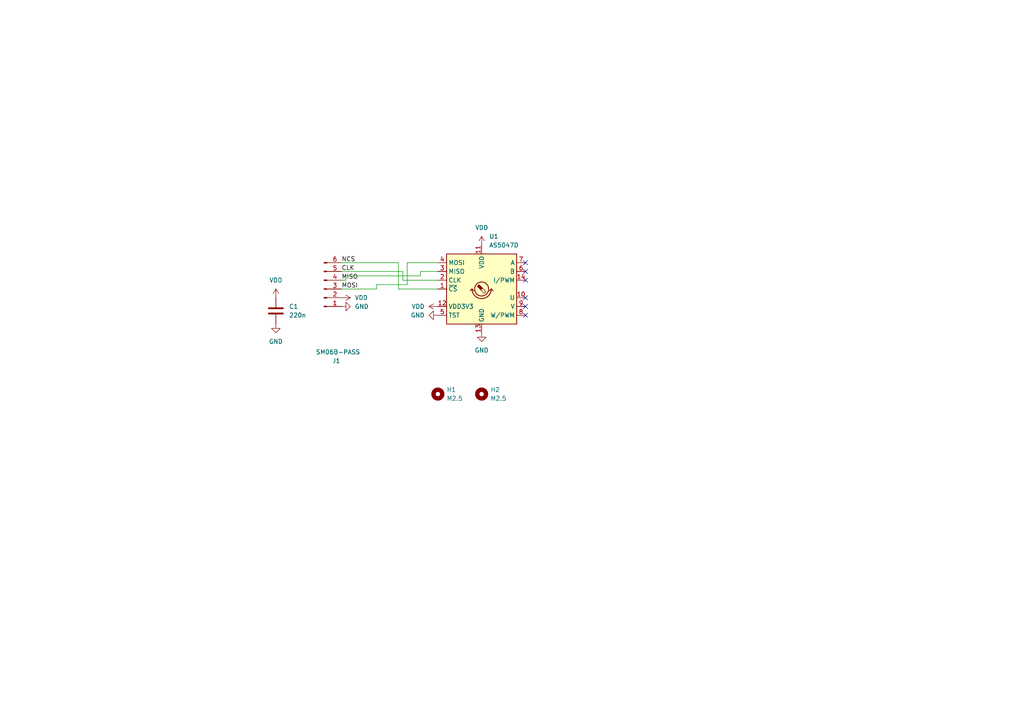
<source format=kicad_sch>
(kicad_sch (version 20250114) (generator "eeschema") (generator_version "9.0")
  (paper "A4")
  (lib_symbols
    (symbol "Connector:Conn_01x06_Pin" (pin_names (offset 1.016) (hide yes))
      (property "Reference" "J" (at 0 7.62 0))
      (property "Value" "Conn_01x06_Pin" (at 0 -10.16 0))
      (symbol "Conn_01x06_Pin_1_1"
        (rectangle (start 0.8636 5.207) (end 0 4.953) (stroke (width 0.1524)) (fill (type outline)))
        (rectangle (start 0.8636 2.667) (end 0 2.413) (stroke (width 0.1524)) (fill (type outline)))
        (rectangle (start 0.8636 0.127) (end 0 -0.127) (stroke (width 0.1524)) (fill (type outline)))
        (rectangle (start 0.8636 -2.413) (end 0 -2.667) (stroke (width 0.1524)) (fill (type outline)))
        (rectangle (start 0.8636 -4.953) (end 0 -5.207) (stroke (width 0.1524)) (fill (type outline)))
        (rectangle (start 0.8636 -7.493) (end 0 -7.747) (stroke (width 0.1524)) (fill (type outline)))
        (polyline (pts (xy 1.27 5.08) (xy 0.8636 5.08)) (stroke (width 0.1524)))
        (polyline (pts (xy 1.27 2.54) (xy 0.8636 2.54)) (stroke (width 0.1524)))
        (polyline (pts (xy 1.27 0) (xy 0.8636 0)) (stroke (width 0.1524)))
        (polyline (pts (xy 1.27 -2.54) (xy 0.8636 -2.54)) (stroke (width 0.1524)))
        (polyline (pts (xy 1.27 -5.08) (xy 0.8636 -5.08)) (stroke (width 0.1524)))
        (polyline (pts (xy 1.27 -7.62) (xy 0.8636 -7.62)) (stroke (width 0.1524)))
        (pin passive line (at 5.08 5.08 180) (length 3.81) (name "Pin_1") (number "1"))
        (pin passive line (at 5.08 2.54 180) (length 3.81) (name "Pin_2") (number "2"))
        (pin passive line (at 5.08 0 180) (length 3.81) (name "Pin_3") (number "3"))
        (pin passive line (at 5.08 -2.54 180) (length 3.81) (name "Pin_4") (number "4"))
        (pin passive line (at 5.08 -5.08 180) (length 3.81) (name "Pin_5") (number "5"))
        (pin passive line (at 5.08 -7.62 180) (length 3.81) (name "Pin_6") (number "6"))
      )
    )
    (symbol "Device:C" (pin_numbers (hide yes)) (pin_names (offset 0.254))
      (property "Reference" "C" (at 0.635 2.54 0))
      (property "Value" "C" (at 0.635 -2.54 0))
      (symbol "C_0_1"
        (polyline (pts (xy -2.032 0.762) (xy 2.032 0.762)) (stroke (width 0.508)))
        (polyline (pts (xy -2.032 -0.762) (xy 2.032 -0.762)) (stroke (width 0.508)))
      )
      (symbol "C_1_1"
        (pin passive line (at 0 3.81 270) (length 2.794) (name "~") (number "1"))
        (pin passive line (at 0 -3.81 90) (length 2.794) (name "~") (number "2"))
      )
    )
    (symbol "Mechanical:MountingHole" (pin_names (offset 1.016)) (in_bom no)
      (property "Reference" "H" (at 0 5.08 0))
      (property "Value" "MountingHole" (at 0 3.175 0))
      (symbol "MountingHole_0_1"
        (circle (center 0 0) (radius 1.27) (stroke (width 1.27)))
      )
    )
    (symbol "Sensor_Magnetic:AS5047D"
      (property "Reference" "U" (at -8.89 11.43 0))
      (property "Value" "AS5047D" (at 5.08 11.43 0))
      (symbol "AS5047D_1_1"
        (rectangle (start -10.16 10.16) (end 10.16 -10.16) (stroke (width 0.254)) (fill (type background)))
        (polyline (pts (xy -2.794 0) (xy -3.302 -0.508)) (stroke (width 0.254)))
        (polyline (pts (xy -2.794 0) (xy -2.286 -0.508)) (stroke (width 0.254)))
        (polyline (pts (xy -0.762 1.27) (xy 0.254 0.254) (xy -0.254 -0.254) (xy -1.27 0.762) (xy -1.016 1.016) (xy -0.762 1.27) (xy -0.635 1.143)) (fill (type outline)))
        (arc (start 2.794 0) (mid 0 -2.7819) (end -2.794 0) (stroke (width 0.254)))
        (circle (center 0 0) (radius 2.032) (stroke (width 0.254)))
        (polyline (pts (xy 0.254 0.254) (xy 1.27 -0.762) (xy 0.762 -1.27) (xy -0.254 -0.254)))
        (polyline (pts (xy 2.794 0) (xy 2.286 -0.508)) (stroke (width 0.254)))
        (polyline (pts (xy 2.794 0) (xy 3.302 -0.508)) (stroke (width 0.254)))
        (pin input line (at -12.7 7.62 0) (length 2.54) (name "MOSI") (number "4"))
        (pin output line (at -12.7 5.08 0) (length 2.54) (name "MISO") (number "3"))
        (pin input line (at -12.7 2.54 0) (length 2.54) (name "CLK") (number "2"))
        (pin input line (at -12.7 0 0) (length 2.54) (name "~{CS}") (number "1"))
        (pin power_out line (at -12.7 -5.08 0) (length 2.54) (name "VDD3V3") (number "12"))
        (pin input line (at -12.7 -7.62 0) (length 2.54) (name "TST") (number "5"))
        (pin power_in line (at 0 12.7 270) (length 2.54) (name "VDD") (number "11"))
        (pin power_in line (at 0 -12.7 90) (length 2.54) (name "GND") (number "13"))
        (pin output line (at 12.7 7.62 180) (length 2.54) (name "A") (number "7"))
        (pin output line (at 12.7 5.08 180) (length 2.54) (name "B") (number "6"))
        (pin output line (at 12.7 2.54 180) (length 2.54) (name "I/PWM") (number "14"))
        (pin output line (at 12.7 -2.54 180) (length 2.54) (name "U") (number "10"))
        (pin output line (at 12.7 -5.08 180) (length 2.54) (name "V") (number "9"))
        (pin output line (at 12.7 -7.62 180) (length 2.54) (name "W/PWM") (number "8"))
      )
    )
    (symbol "power:+3.3V" (power) (pin_numbers (hide yes)) (pin_names (offset 0) (hide yes))
      (property "Value" "+3.3V" (at 0 3.556 0))
      (symbol "+3.3V_0_1"
        (polyline (pts (xy -0.762 1.27) (xy 0 2.54)))
        (polyline (pts (xy 0 2.54) (xy 0.762 1.27)))
        (polyline (pts (xy 0 0) (xy 0 2.54)))
      )
      (symbol "+3.3V_1_1"
        (pin power_in line (at 0 0 90) (length 0) (name "~") (number "1"))
      )
    )
    (symbol "power:GND" (power) (pin_numbers (hide yes)) (pin_names (offset 0) (hide yes))
      (property "Value" "GND" (at 0 -3.81 0))
      (symbol "GND_0_1"
        (polyline (pts (xy 0 0) (xy 0 -1.27) (xy 1.27 -1.27) (xy 0 -2.54) (xy -1.27 -1.27) (xy 0 -1.27)))
      )
      (symbol "GND_1_1"
        (pin power_in line (at 0 0 270) (length 0) (name "~") (number "1"))
      )
    )
  )
  (no_connect (at 152.4 88.9))
  (no_connect (at 152.4 86.36))
  (no_connect (at 152.4 81.28))
  (no_connect (at 152.4 78.74))
  (no_connect (at 152.4 76.2))
  (no_connect (at 152.4 91.44))
  (wire (pts (xy 115.57 76.2) (xy 99.06 76.2)))
  (wire (pts (xy 127 81.28) (xy 116.84 81.28)))
  (wire (pts (xy 109.22 82.55) (xy 109.22 83.82)))
  (wire (pts (xy 116.84 78.74) (xy 99.06 78.74)))
  (wire (pts (xy 127 83.82) (xy 115.57 83.82)))
  (wire (pts (xy 115.57 83.82) (xy 115.57 76.2)))
  (wire (pts (xy 100.33 80.01) (xy 100.33 81.28)))
  (wire (pts (xy 118.11 82.55) (xy 109.22 82.55)))
  (wire (pts (xy 127 78.74) (xy 121.92 78.74)))
  (wire (pts (xy 121.92 78.74) (xy 121.92 80.01)))
  (wire (pts (xy 116.84 81.28) (xy 116.84 78.74)))
  (wire (pts (xy 100.33 80.01) (xy 121.92 80.01)))
  (wire (pts (xy 118.11 76.2) (xy 118.11 82.55)))
  (wire (pts (xy 99.06 83.82) (xy 109.22 83.82)))
  (wire (pts (xy 100.33 81.28) (xy 99.06 81.28)))
  (wire (pts (xy 127 76.2) (xy 118.11 76.2)))
  (label "MOSI" (at 99.06 83.82 0))
  (label "NCS" (at 99.06 76.2 0))
  (label "MISO" (at 99.06 81.28 0))
  (label "CLK" (at 99.06 78.74 0))
  (symbol (lib_id "power:GND") (at 80.01 93.98 0) (mirror y) (unit 1)
    (property "Reference" "#PWR06" (effects (hide yes)))
    (property "Value" "GND" (at 80.01 99.06 0))
    (property "Description" "Power symbol creates a global label with name \"GND\" , ground" (effects (hide yes)))
  )
  (symbol (lib_id "power:+3.3V") (at 139.7 71.12 0) (mirror y) (unit 1)
    (property "Reference" "#PWR08" (effects (hide yes)))
    (property "Value" "VDD" (at 139.7 66.04 0))
    (property "Description" "Power symbol creates a global label with name \"+3.3V\"" (effects (hide yes)))
  )
  (symbol (lib_id "Mechanical:MountingHole") (at 139.7 114.3 0) (unit 1) (in_bom no)
    (property "Reference" "H2" (at 142.24 113.0299 0) (effects (justify left)))
    (property "Value" "M2.5" (at 142.24 115.5699 0) (effects (justify left)))
    (property "Footprint" "Bluesat:M2.5" (effects (hide yes)))
    (property "Description" "Mounting Hole without connection" (effects (hide yes)))
  )
  (symbol (lib_id "Sensor_Magnetic:AS5047D") (at 139.7 83.82 0) (unit 1)
    (property "Reference" "U1" (at 141.8433 68.58 0) (effects (justify left)))
    (property "Value" "AS5047D" (at 141.8433 71.12 0) (effects (justify left)))
    (property "Footprint" "Bluesat:TSSOP-14_4.4x5.0-0.65" (effects (hide yes)))
    (property "Datasheet" "https://ams.com/documents/20143/36005/AS5047D_DS000394_2-00.pdf" (effects (hide yes)))
    (property "Description" "On-Axis Magnetic Position Sensor, 14-bit, PWM Output, ABI Output, UVW Output, SPI Interface, TSSOP-14" (effects (hide yes)))
  )
  (symbol (lib_id "power:GND") (at 127 91.44 270) (unit 1)
    (property "Reference" "#PWR03" (effects (hide yes)))
    (property "Value" "GND" (at 123.19 91.4399 90) (effects (justify right)))
    (property "Description" "Power symbol creates a global label with name \"GND\" , ground" (effects (hide yes)))
  )
  (symbol (lib_id "Connector:Conn_01x06_Pin") (at 93.98 83.82 0) (mirror x) (unit 1)
    (property "Reference" "J1" (at 97.536 104.648 0))
    (property "Value" "SM06B-PASS" (at 98.044 102.108 0))
    (property "Footprint" "Bluesat:SM06B-PASS" (effects (hide yes)))
    (property "Description" "Generic connector, single row, 01x06, script generated" (effects (hide yes)))
  )
  (symbol (lib_id "Device:C") (at 80.01 90.17 0) (unit 1)
    (property "Reference" "C1" (at 83.82 88.8999 0) (effects (justify left)))
    (property "Value" "220n" (at 83.82 91.4399 0) (effects (justify left)))
    (property "Footprint" "Capacitor_SMD:C_0402_1005Metric" (effects (hide yes)))
    (property "Description" "Unpolarized capacitor" (effects (hide yes)))
  )
  (symbol (lib_id "power:+3.3V") (at 99.06 86.36 270) (mirror x) (unit 1)
    (property "Reference" "#PWR01" (effects (hide yes)))
    (property "Value" "VDD" (at 102.87 86.3601 90) (effects (justify left)))
    (property "Description" "Power symbol creates a global label with name \"+3.3V\"" (effects (hide yes)))
  )
  (symbol (lib_id "power:+3.3V") (at 80.01 86.36 0) (mirror y) (unit 1)
    (property "Reference" "#PWR05" (effects (hide yes)))
    (property "Value" "VDD" (at 80.01 81.28 0))
    (property "Description" "Power symbol creates a global label with name \"+3.3V\"" (effects (hide yes)))
  )
  (symbol (lib_id "power:GND") (at 99.06 88.9 90) (mirror x) (unit 1)
    (property "Reference" "#PWR02" (effects (hide yes)))
    (property "Value" "GND" (at 102.87 88.8999 90) (effects (justify right)))
    (property "Description" "Power symbol creates a global label with name \"GND\" , ground" (effects (hide yes)))
  )
  (symbol (lib_id "power:GND") (at 139.7 96.52 0) (unit 1)
    (property "Reference" "#PWR04" (effects (hide yes)))
    (property "Value" "GND" (at 139.7 101.6 0))
    (property "Description" "Power symbol creates a global label with name \"GND\" , ground" (effects (hide yes)))
  )
  (symbol (lib_id "power:+3.3V") (at 127 88.9 90) (mirror x) (unit 1)
    (property "Reference" "#PWR07" (effects (hide yes)))
    (property "Value" "VDD" (at 123.19 88.8999 90) (effects (justify left)))
    (property "Description" "Power symbol creates a global label with name \"+3.3V\"" (effects (hide yes)))
  )
  (symbol (lib_id "Mechanical:MountingHole") (at 127 114.3 0) (unit 1) (in_bom no)
    (property "Reference" "H1" (at 129.54 113.0299 0) (effects (justify left)))
    (property "Value" "M2.5" (at 129.54 115.5699 0) (effects (justify left)))
    (property "Footprint" "Bluesat:M2.5" (effects (hide yes)))
    (property "Description" "Mounting Hole without connection" (effects (hide yes)))
  )
)
</source>
